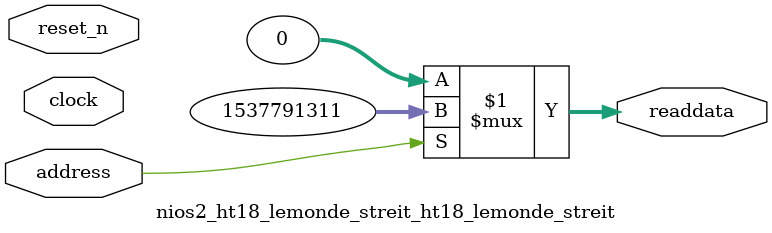
<source format=v>

`timescale 1ns / 1ps
// synthesis translate_on

// turn off superfluous verilog processor warnings 
// altera message_level Level1 
// altera message_off 10034 10035 10036 10037 10230 10240 10030 

module nios2_ht18_lemonde_streit_ht18_lemonde_streit (
               // inputs:
                address,
                clock,
                reset_n,

               // outputs:
                readdata
             )
;

  output  [ 31: 0] readdata;
  input            address;
  input            clock;
  input            reset_n;

  wire    [ 31: 0] readdata;
  //control_slave, which is an e_avalon_slave
  assign readdata = address ? 1537791311 : 0;

endmodule




</source>
